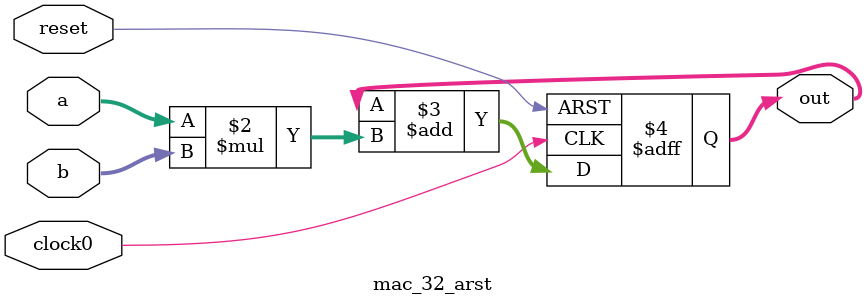
<source format=sv>
module mac_32_arst(clock0, reset, a, b, out);

	input clock0,reset;
	input signed [15:0] a, b;
	output reg signed [31:0] out;

	// reg signed [31:0] out;

	always @(posedge clock0 or posedge reset)
	begin
		if (reset) 
			out <= 32'h0;
    	else
			out <= out + (a * b);
	end

endmodule


</source>
